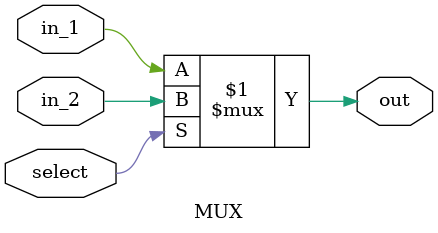
<source format=v>
module MUX #(
  parameter LENGTH = 1
  ) (
  input [LENGTH-1:0] in_1, in_2, 
  input select,
  output [LENGTH-1:0] out
);

  assign out = select ? in_2 : in_1;

endmodule




</source>
